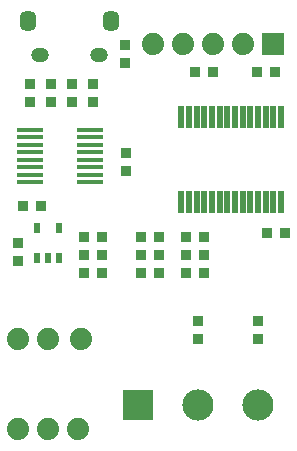
<source format=gbr>
G04 #@! TF.FileFunction,Soldermask,Top*
%FSLAX46Y46*%
G04 Gerber Fmt 4.6, Leading zero omitted, Abs format (unit mm)*
G04 Created by KiCad (PCBNEW 4.0.1-stable) date 2/4/2016 12:26:45 PM*
%MOMM*%
G01*
G04 APERTURE LIST*
%ADD10C,0.100000*%
%ADD11R,0.889000X0.965200*%
%ADD12R,0.965200X0.889000*%
%ADD13R,1.879600X1.879600*%
%ADD14C,1.879600*%
%ADD15R,2.641600X2.641600*%
%ADD16C,2.641600*%
%ADD17R,0.609600X0.863600*%
%ADD18R,0.501600X1.851600*%
%ADD19R,2.301600X0.355600*%
%ADD20O,1.501600X1.251600*%
%ADD21O,1.426600X1.801600*%
G04 APERTURE END LIST*
D10*
D11*
X144018000Y-92202000D03*
X145542000Y-92202000D03*
X140970000Y-106172000D03*
X139446000Y-106172000D03*
D12*
X130048000Y-93218000D03*
X130048000Y-94742000D03*
D11*
X140970000Y-107696000D03*
X139446000Y-107696000D03*
D12*
X135382000Y-93218000D03*
X135382000Y-94742000D03*
D11*
X140970000Y-109220000D03*
X139446000Y-109220000D03*
D12*
X138176000Y-100584000D03*
X138176000Y-99060000D03*
D13*
X150622000Y-89789000D03*
D14*
X148082000Y-89789000D03*
X145542000Y-89789000D03*
X143002000Y-89789000D03*
X140462000Y-89789000D03*
D15*
X139192000Y-120396000D03*
D16*
X144272000Y-120396000D03*
X149352000Y-120396000D03*
D14*
X129032000Y-122428000D03*
X131572000Y-122428000D03*
X134112000Y-122428000D03*
X134366000Y-114808000D03*
X131572000Y-114808000D03*
X129032000Y-114808000D03*
D11*
X149225000Y-92202000D03*
X150749000Y-92202000D03*
D12*
X129032000Y-108204000D03*
X129032000Y-106680000D03*
D11*
X134620000Y-107696000D03*
X136144000Y-107696000D03*
X136144000Y-109220000D03*
X134620000Y-109220000D03*
X136144000Y-106172000D03*
X134620000Y-106172000D03*
X143256000Y-109220000D03*
X144780000Y-109220000D03*
X143256000Y-107696000D03*
X144780000Y-107696000D03*
X143256000Y-106172000D03*
X144780000Y-106172000D03*
D12*
X131826000Y-94742000D03*
X131826000Y-93218000D03*
X133604000Y-94742000D03*
X133604000Y-93218000D03*
X144272000Y-114808000D03*
X144272000Y-113284000D03*
X149352000Y-113284000D03*
X149352000Y-114808000D03*
D17*
X130619500Y-107950000D03*
X132524500Y-107950000D03*
X130619500Y-105410000D03*
X131572000Y-107950000D03*
X132524500Y-105410000D03*
D18*
X151291000Y-95968000D03*
X150641000Y-95968000D03*
X149991000Y-95968000D03*
X149341000Y-95968000D03*
X148691000Y-95968000D03*
X148041000Y-95968000D03*
X147391000Y-95968000D03*
X146741000Y-95968000D03*
X146091000Y-95968000D03*
X145441000Y-95968000D03*
X144791000Y-95968000D03*
X144141000Y-95968000D03*
X143491000Y-95968000D03*
X142841000Y-95968000D03*
X142841000Y-103168000D03*
X143491000Y-103168000D03*
X144141000Y-103168000D03*
X144791000Y-103168000D03*
X145441000Y-103168000D03*
X146091000Y-103168000D03*
X146741000Y-103168000D03*
X147391000Y-103168000D03*
X148041000Y-103168000D03*
X148691000Y-103168000D03*
X149341000Y-103168000D03*
X149991000Y-103168000D03*
X150641000Y-103168000D03*
X151291000Y-103168000D03*
D19*
X130048000Y-101536500D03*
X135128000Y-101536500D03*
X130048000Y-100901500D03*
X135128000Y-100901500D03*
X130048000Y-100266500D03*
X135128000Y-100266500D03*
X130048000Y-99631500D03*
X135128000Y-99631500D03*
X130048000Y-98996500D03*
X135128000Y-98996500D03*
X130048000Y-98361500D03*
X135128000Y-98361500D03*
X130048000Y-97726500D03*
X135128000Y-97726500D03*
X130048000Y-97091500D03*
X135128000Y-97091500D03*
D20*
X130850000Y-90764000D03*
X135850000Y-90764000D03*
D21*
X129850000Y-87864000D03*
X136850000Y-87864000D03*
D11*
X129413000Y-103505000D03*
X130937000Y-103505000D03*
X151638000Y-105791000D03*
X150114000Y-105791000D03*
D12*
X138049000Y-89916000D03*
X138049000Y-91440000D03*
M02*

</source>
